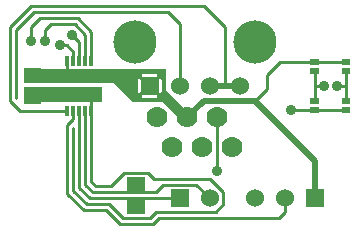
<source format=gbr>
G04 start of page 2 for group 0 idx 0 *
G04 Title: (unknown), component *
G04 Creator: pcb 20110918 *
G04 CreationDate: Wed 06 Feb 2013 04:02:48 AM GMT UTC *
G04 For: railfan *
G04 Format: Gerber/RS-274X *
G04 PCB-Dimensions: 175000 175000 *
G04 PCB-Coordinate-Origin: lower left *
%MOIN*%
%FSLAX25Y25*%
%LNTOP*%
%ADD23C,0.1280*%
%ADD22C,0.0350*%
%ADD21C,0.0380*%
%ADD20C,0.0360*%
%ADD19R,0.0512X0.0512*%
%ADD18R,0.0197X0.0197*%
%ADD17R,0.0117X0.0117*%
%ADD16C,0.1440*%
%ADD15C,0.0700*%
%ADD14C,0.0600*%
%ADD13C,0.0200*%
%ADD12C,0.0100*%
%ADD11C,0.0001*%
G54D11*G36*
X78000Y93000D02*Y82000D01*
X76000D01*
Y84998D01*
X76078Y85005D01*
X76155Y85023D01*
X76228Y85053D01*
X76295Y85094D01*
X76355Y85145D01*
X76406Y85205D01*
X76447Y85272D01*
X76477Y85345D01*
X76495Y85422D01*
X76500Y85500D01*
Y89500D01*
X76495Y89578D01*
X76477Y89655D01*
X76447Y89728D01*
X76406Y89795D01*
X76355Y89855D01*
X76295Y89906D01*
X76228Y89947D01*
X76155Y89977D01*
X76078Y89995D01*
X76000Y90002D01*
Y93000D01*
X78000D01*
G37*
G36*
X76000Y82000D02*X72500D01*
Y83500D01*
X74500D01*
X74578Y83505D01*
X74655Y83523D01*
X74728Y83553D01*
X74795Y83594D01*
X74855Y83645D01*
X74906Y83705D01*
X74947Y83772D01*
X74977Y83845D01*
X74995Y83922D01*
X75002Y84000D01*
X74995Y84078D01*
X74977Y84155D01*
X74947Y84228D01*
X74906Y84295D01*
X74855Y84355D01*
X74795Y84406D01*
X74728Y84447D01*
X74655Y84477D01*
X74578Y84495D01*
X74500Y84500D01*
X72500D01*
Y90500D01*
X74500D01*
X74578Y90505D01*
X74655Y90523D01*
X74728Y90553D01*
X74795Y90594D01*
X74855Y90645D01*
X74906Y90705D01*
X74947Y90772D01*
X74977Y90845D01*
X74995Y90922D01*
X75002Y91000D01*
X74995Y91078D01*
X74977Y91155D01*
X74947Y91228D01*
X74906Y91295D01*
X74855Y91355D01*
X74795Y91406D01*
X74728Y91447D01*
X74655Y91477D01*
X74578Y91495D01*
X74500Y91500D01*
X72500D01*
Y93000D01*
X76000D01*
Y90002D01*
X75922Y89995D01*
X75845Y89977D01*
X75772Y89947D01*
X75705Y89906D01*
X75645Y89855D01*
X75594Y89795D01*
X75553Y89728D01*
X75523Y89655D01*
X75505Y89578D01*
X75500Y89500D01*
Y85500D01*
X75505Y85422D01*
X75523Y85345D01*
X75553Y85272D01*
X75594Y85205D01*
X75645Y85145D01*
X75705Y85094D01*
X75772Y85053D01*
X75845Y85023D01*
X75922Y85005D01*
X76000Y84998D01*
Y82000D01*
G37*
G36*
X72500D02*X69000D01*
Y84998D01*
X69078Y85005D01*
X69155Y85023D01*
X69228Y85053D01*
X69295Y85094D01*
X69355Y85145D01*
X69406Y85205D01*
X69447Y85272D01*
X69477Y85345D01*
X69495Y85422D01*
X69500Y85500D01*
Y89500D01*
X69495Y89578D01*
X69477Y89655D01*
X69447Y89728D01*
X69406Y89795D01*
X69355Y89855D01*
X69295Y89906D01*
X69228Y89947D01*
X69155Y89977D01*
X69078Y89995D01*
X69000Y90002D01*
Y93000D01*
X72500D01*
Y91500D01*
X70500D01*
X70422Y91495D01*
X70345Y91477D01*
X70272Y91447D01*
X70205Y91406D01*
X70145Y91355D01*
X70094Y91295D01*
X70053Y91228D01*
X70023Y91155D01*
X70005Y91078D01*
X69998Y91000D01*
X70005Y90922D01*
X70023Y90845D01*
X70053Y90772D01*
X70094Y90705D01*
X70145Y90645D01*
X70205Y90594D01*
X70272Y90553D01*
X70345Y90523D01*
X70422Y90505D01*
X70500Y90500D01*
X72500D01*
Y84500D01*
X70500D01*
X70422Y84495D01*
X70345Y84477D01*
X70272Y84447D01*
X70205Y84406D01*
X70145Y84355D01*
X70094Y84295D01*
X70053Y84228D01*
X70023Y84155D01*
X70005Y84078D01*
X69998Y84000D01*
X70005Y83922D01*
X70023Y83845D01*
X70053Y83772D01*
X70094Y83705D01*
X70145Y83645D01*
X70205Y83594D01*
X70272Y83553D01*
X70345Y83523D01*
X70422Y83505D01*
X70500Y83500D01*
X72500D01*
Y82000D01*
G37*
G36*
X69000D02*X67000D01*
Y93000D01*
X69000D01*
Y90002D01*
X68922Y89995D01*
X68845Y89977D01*
X68772Y89947D01*
X68705Y89906D01*
X68645Y89855D01*
X68594Y89795D01*
X68553Y89728D01*
X68523Y89655D01*
X68505Y89578D01*
X68500Y89500D01*
Y85500D01*
X68505Y85422D01*
X68523Y85345D01*
X68553Y85272D01*
X68594Y85205D01*
X68645Y85145D01*
X68705Y85094D01*
X68772Y85053D01*
X68845Y85023D01*
X68922Y85005D01*
X69000Y84998D01*
Y82000D01*
G37*
G36*
X67000D02*X60500Y88500D01*
Y89500D01*
X68000D01*
Y82000D01*
X67000D01*
G37*
G36*
X81500Y82500D02*X79000Y80000D01*
X75001Y83999D01*
X75002Y84000D01*
X74995Y84078D01*
X74977Y84155D01*
X74947Y84228D01*
X74906Y84295D01*
X74855Y84355D01*
X74795Y84406D01*
X74728Y84447D01*
X74655Y84477D01*
X74578Y84495D01*
X74500Y84500D01*
X74000Y85000D01*
X75500Y86500D01*
Y85500D01*
X75505Y85422D01*
X75523Y85345D01*
X75553Y85272D01*
X75594Y85205D01*
X75645Y85145D01*
X75705Y85094D01*
X75772Y85053D01*
X75845Y85023D01*
X75922Y85005D01*
X76000Y84998D01*
X76078Y85005D01*
X76155Y85023D01*
X76228Y85053D01*
X76295Y85094D01*
X76355Y85145D01*
X76406Y85205D01*
X76447Y85272D01*
X76477Y85345D01*
X76495Y85422D01*
X76500Y85500D01*
Y87500D01*
X76500Y87500D01*
X81500Y82500D01*
G37*
G36*
X85000Y79000D02*X82500Y76500D01*
X77500Y81500D01*
X80000Y84000D01*
X85000Y79000D01*
G37*
G36*
X30500Y87000D02*X56500D01*
Y82000D01*
X30500D01*
Y87000D01*
G37*
G36*
Y88500D02*Y93000D01*
X69500D01*
Y88500D01*
X69500D01*
Y89500D01*
X69495Y89578D01*
X69477Y89655D01*
X69447Y89728D01*
X69406Y89795D01*
X69355Y89855D01*
X69295Y89906D01*
X69228Y89947D01*
X69155Y89977D01*
X69078Y89995D01*
X69000Y90002D01*
X68922Y89995D01*
X68845Y89977D01*
X68772Y89947D01*
X68705Y89906D01*
X68645Y89855D01*
X68594Y89795D01*
X68553Y89728D01*
X68523Y89655D01*
X68505Y89578D01*
X68500Y89500D01*
Y88500D01*
X30500D01*
G37*
G54D12*X33000Y114000D02*X90500D01*
X34000Y112000D02*X78500D01*
X82500Y108000D01*
X39500D02*X47500D01*
X36000Y110000D02*X48500D01*
X82500Y108000D02*Y87500D01*
G54D13*X92500D02*X102500D01*
G54D12*X97500Y107000D02*Y87500D01*
Y107000D02*X90500Y114000D01*
X39500Y108000D02*X37500Y106000D01*
X36000Y110000D02*X33000Y107000D01*
Y102500D01*
X45060Y95746D02*Y91000D01*
X52940Y84000D02*Y79254D01*
X33000Y114000D02*X26000Y107000D01*
X28000Y106000D02*X34000Y112000D01*
X26000Y107000D02*Y82500D01*
X50970Y104530D02*Y95746D01*
X49000Y102000D02*Y95746D01*
Y102000D02*X46500Y104500D01*
X47030Y98970D02*Y95746D01*
X28000Y106000D02*Y83500D01*
X52940Y105560D02*Y95746D01*
Y105560D02*X48500Y110000D01*
X50970Y104530D02*X47500Y108000D01*
X47030Y98970D02*X45000Y101000D01*
X42500D02*X45000D01*
X45060Y79254D02*X29246D01*
X26000Y82500D01*
X37500Y106000D02*Y102500D01*
G54D13*X90500Y82500D02*X85000Y77000D01*
G54D12*X92500Y56500D02*X97000Y52000D01*
X92500Y56500D02*X74000D01*
X72000Y58500D01*
X64000D01*
X59500Y54000D01*
X49000Y79254D02*Y53500D01*
X50970Y79254D02*Y54530D01*
X47000Y52500D02*Y73500D01*
X52940Y79254D02*Y55560D01*
X54500Y54000D01*
X47030Y79254D02*Y76530D01*
X45000Y74500D01*
Y51500D01*
X52500Y50000D02*X82500D01*
X53500Y52000D02*X74500D01*
X77000Y54500D01*
X88000D01*
X59500Y54000D02*X54500D01*
X49000Y53500D02*X52500Y50000D01*
X59000Y48000D02*X51500D01*
X47000Y52500D01*
X45000Y51500D02*X50500Y46000D01*
X58000D01*
X50970Y54530D02*X53500Y52000D01*
X74500Y45500D02*X72500Y43500D01*
X63500D01*
X59000Y48000D01*
X58000Y46000D02*X62500Y41500D01*
X73500D01*
X75500Y43500D01*
X88000Y54500D02*X92500Y50000D01*
X97000Y52000D02*Y48000D01*
X94500Y45500D01*
X74500D01*
X117543Y50000D02*Y45543D01*
X115500Y43500D01*
X75500D02*X115500D01*
X95000Y77500D02*Y59000D01*
X111500Y91000D02*Y86500D01*
X107500Y82500D01*
G54D13*X90500D02*X107500D01*
X127500Y62500D01*
Y50000D01*
G54D12*X127532Y79500D02*X138000D01*
X127532D02*X127500Y79532D01*
X119532D02*X127500D01*
X119532D02*X119500Y79500D01*
X115968Y95468D02*X138000D01*
X115968D02*X111500Y91000D01*
X138000Y92500D02*Y82468D01*
X127500Y92500D02*Y82500D01*
X135000Y87500D02*X138000D01*
X127500D02*X130500D01*
G54D11*G36*
X79500Y53000D02*Y47000D01*
X85500D01*
Y53000D01*
X79500D01*
G37*
G54D14*X92500Y50000D03*
G54D15*X90000Y67000D03*
X80000D03*
X100000D03*
G54D11*G36*
X124500Y53000D02*Y47000D01*
X130500D01*
Y53000D01*
X124500D01*
G37*
G54D14*X117500Y50000D03*
X107500D03*
G54D11*G36*
X69500Y90500D02*Y84500D01*
X75500D01*
Y90500D01*
X69500D01*
G37*
G54D14*X82500Y87500D03*
X92500D03*
X102500D03*
G54D15*X95000Y77000D03*
G54D16*X107500Y102000D03*
G54D15*X85000Y77000D03*
X75000D03*
G54D16*X67500Y102000D03*
G54D17*X52940Y96895D02*Y94597D01*
G54D18*X127107Y95468D02*X127893D01*
X127107Y92500D02*X127893D01*
X137607Y95468D02*X138393D01*
X137607Y92500D02*X138393D01*
X137607Y79500D02*X138393D01*
X137607Y82468D02*X138393D01*
X127107Y79532D02*X127893D01*
X127107Y82500D02*X127893D01*
G54D17*X45060Y80403D02*Y78105D01*
X47030Y80403D02*Y78105D01*
X49000Y80403D02*Y78105D01*
X50970Y80403D02*Y78105D01*
X52940Y80403D02*Y78105D01*
G54D19*X67607Y47457D02*X68393D01*
X67607Y54543D02*X68393D01*
G54D17*X50970Y96895D02*Y94597D01*
X49000Y96895D02*Y94597D01*
X47030Y96895D02*Y94597D01*
X45060Y96895D02*Y94597D01*
G54D19*X33064Y91043D02*X33850D01*
X33064Y83957D02*X33850D01*
G54D20*X53000Y84500D03*
X47500D03*
X46500Y104500D03*
X42500Y101000D03*
X37500Y102500D03*
X33000D03*
X95000Y59000D03*
X119500Y79500D03*
X130500Y87500D03*
X135000D03*
G54D13*G54D21*G54D22*G54D21*G54D22*G54D23*G54D22*G54D23*M02*

</source>
